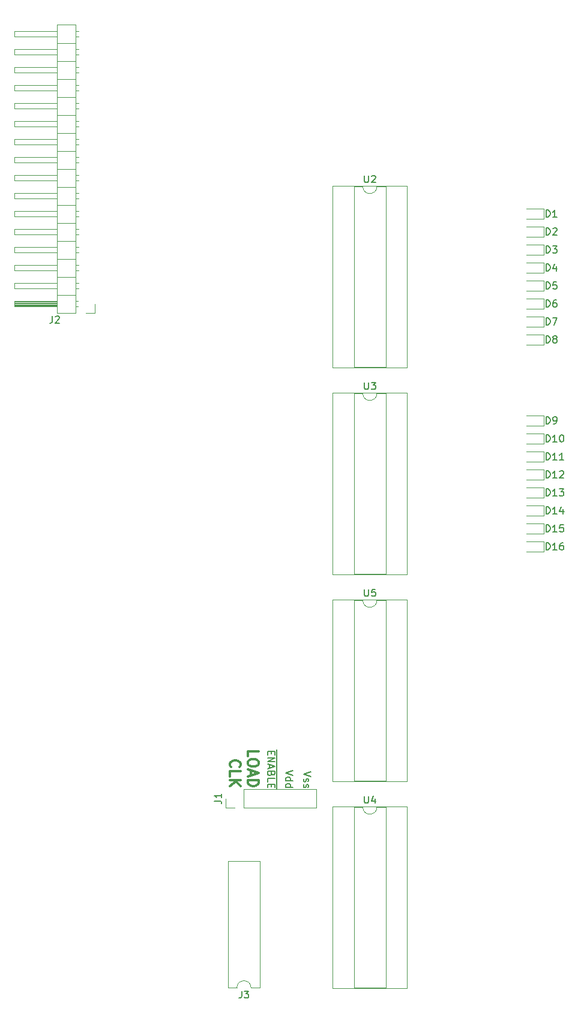
<source format=gbr>
%TF.GenerationSoftware,KiCad,Pcbnew,6.0.8-1.fc36*%
%TF.CreationDate,2022-10-27T22:21:34-04:00*%
%TF.ProjectId,16bit_computer,31366269-745f-4636-9f6d-70757465722e,rev?*%
%TF.SameCoordinates,Original*%
%TF.FileFunction,Legend,Top*%
%TF.FilePolarity,Positive*%
%FSLAX46Y46*%
G04 Gerber Fmt 4.6, Leading zero omitted, Abs format (unit mm)*
G04 Created by KiCad (PCBNEW 6.0.8-1.fc36) date 2022-10-27 22:21:34*
%MOMM*%
%LPD*%
G01*
G04 APERTURE LIST*
%ADD10C,0.150000*%
%ADD11C,0.300000*%
%ADD12C,0.120000*%
G04 APERTURE END LIST*
D10*
X57697619Y-152461547D02*
X56697619Y-152794880D01*
X57697619Y-153128214D01*
X56745238Y-153413928D02*
X56697619Y-153509166D01*
X56697619Y-153699642D01*
X56745238Y-153794880D01*
X56840476Y-153842500D01*
X56888095Y-153842500D01*
X56983333Y-153794880D01*
X57030952Y-153699642D01*
X57030952Y-153556785D01*
X57078571Y-153461547D01*
X57173809Y-153413928D01*
X57221428Y-153413928D01*
X57316666Y-153461547D01*
X57364285Y-153556785D01*
X57364285Y-153699642D01*
X57316666Y-153794880D01*
X56745238Y-154223452D02*
X56697619Y-154318690D01*
X56697619Y-154509166D01*
X56745238Y-154604404D01*
X56840476Y-154652023D01*
X56888095Y-154652023D01*
X56983333Y-154604404D01*
X57030952Y-154509166D01*
X57030952Y-154366309D01*
X57078571Y-154271071D01*
X57173809Y-154223452D01*
X57221428Y-154223452D01*
X57316666Y-154271071D01*
X57364285Y-154366309D01*
X57364285Y-154509166D01*
X57316666Y-154604404D01*
X55157619Y-152271071D02*
X54157619Y-152604404D01*
X55157619Y-152937738D01*
X54157619Y-153699642D02*
X55157619Y-153699642D01*
X54205238Y-153699642D02*
X54157619Y-153604404D01*
X54157619Y-153413928D01*
X54205238Y-153318690D01*
X54252857Y-153271071D01*
X54348095Y-153223452D01*
X54633809Y-153223452D01*
X54729047Y-153271071D01*
X54776666Y-153318690D01*
X54824285Y-153413928D01*
X54824285Y-153604404D01*
X54776666Y-153699642D01*
X54157619Y-154604404D02*
X55157619Y-154604404D01*
X54205238Y-154604404D02*
X54157619Y-154509166D01*
X54157619Y-154318690D01*
X54205238Y-154223452D01*
X54252857Y-154175833D01*
X54348095Y-154128214D01*
X54633809Y-154128214D01*
X54729047Y-154175833D01*
X54776666Y-154223452D01*
X54824285Y-154318690D01*
X54824285Y-154509166D01*
X54776666Y-154604404D01*
X52900000Y-149318690D02*
X52900000Y-150223452D01*
X52141428Y-149556785D02*
X52141428Y-149890119D01*
X51617619Y-150032976D02*
X51617619Y-149556785D01*
X52617619Y-149556785D01*
X52617619Y-150032976D01*
X52900000Y-150223452D02*
X52900000Y-151271071D01*
X51617619Y-150461547D02*
X52617619Y-150461547D01*
X51617619Y-151032976D01*
X52617619Y-151032976D01*
X52900000Y-151271071D02*
X52900000Y-152128214D01*
X51903333Y-151461547D02*
X51903333Y-151937738D01*
X51617619Y-151366309D02*
X52617619Y-151699642D01*
X51617619Y-152032976D01*
X52900000Y-152128214D02*
X52900000Y-153128214D01*
X52141428Y-152699642D02*
X52093809Y-152842500D01*
X52046190Y-152890119D01*
X51950952Y-152937738D01*
X51808095Y-152937738D01*
X51712857Y-152890119D01*
X51665238Y-152842500D01*
X51617619Y-152747261D01*
X51617619Y-152366309D01*
X52617619Y-152366309D01*
X52617619Y-152699642D01*
X52570000Y-152794880D01*
X52522380Y-152842500D01*
X52427142Y-152890119D01*
X52331904Y-152890119D01*
X52236666Y-152842500D01*
X52189047Y-152794880D01*
X52141428Y-152699642D01*
X52141428Y-152366309D01*
X52900000Y-153128214D02*
X52900000Y-153937738D01*
X51617619Y-153842500D02*
X51617619Y-153366309D01*
X52617619Y-153366309D01*
X52900000Y-153937738D02*
X52900000Y-154842500D01*
X52141428Y-154175833D02*
X52141428Y-154509166D01*
X51617619Y-154652023D02*
X51617619Y-154175833D01*
X52617619Y-154175833D01*
X52617619Y-154652023D01*
D11*
X48851428Y-150245000D02*
X48851428Y-149530714D01*
X50351428Y-149530714D01*
X50351428Y-151030714D02*
X50351428Y-151316428D01*
X50280000Y-151459285D01*
X50137142Y-151602142D01*
X49851428Y-151673571D01*
X49351428Y-151673571D01*
X49065714Y-151602142D01*
X48922857Y-151459285D01*
X48851428Y-151316428D01*
X48851428Y-151030714D01*
X48922857Y-150887857D01*
X49065714Y-150745000D01*
X49351428Y-150673571D01*
X49851428Y-150673571D01*
X50137142Y-150745000D01*
X50280000Y-150887857D01*
X50351428Y-151030714D01*
X49280000Y-152245000D02*
X49280000Y-152959285D01*
X48851428Y-152102142D02*
X50351428Y-152602142D01*
X48851428Y-153102142D01*
X48851428Y-153602142D02*
X50351428Y-153602142D01*
X50351428Y-153959285D01*
X50280000Y-154173571D01*
X50137142Y-154316428D01*
X49994285Y-154387857D01*
X49708571Y-154459285D01*
X49494285Y-154459285D01*
X49208571Y-154387857D01*
X49065714Y-154316428D01*
X48922857Y-154173571D01*
X48851428Y-153959285D01*
X48851428Y-153602142D01*
X46454285Y-151745000D02*
X46382857Y-151673571D01*
X46311428Y-151459285D01*
X46311428Y-151316428D01*
X46382857Y-151102142D01*
X46525714Y-150959285D01*
X46668571Y-150887857D01*
X46954285Y-150816428D01*
X47168571Y-150816428D01*
X47454285Y-150887857D01*
X47597142Y-150959285D01*
X47740000Y-151102142D01*
X47811428Y-151316428D01*
X47811428Y-151459285D01*
X47740000Y-151673571D01*
X47668571Y-151745000D01*
X46311428Y-153102142D02*
X46311428Y-152387857D01*
X47811428Y-152387857D01*
X46311428Y-153602142D02*
X47811428Y-153602142D01*
X46311428Y-154459285D02*
X47168571Y-153816428D01*
X47811428Y-154459285D02*
X46954285Y-153602142D01*
D10*
%TO.C,D7*%
X90895595Y-89352380D02*
X90895595Y-88352380D01*
X91133690Y-88352380D01*
X91276547Y-88400000D01*
X91371785Y-88495238D01*
X91419404Y-88590476D01*
X91467023Y-88780952D01*
X91467023Y-88923809D01*
X91419404Y-89114285D01*
X91371785Y-89209523D01*
X91276547Y-89304761D01*
X91133690Y-89352380D01*
X90895595Y-89352380D01*
X91800357Y-88352380D02*
X92467023Y-88352380D01*
X92038452Y-89352380D01*
%TO.C,D10*%
X90895595Y-105862380D02*
X90895595Y-104862380D01*
X91133690Y-104862380D01*
X91276547Y-104910000D01*
X91371785Y-105005238D01*
X91419404Y-105100476D01*
X91467023Y-105290952D01*
X91467023Y-105433809D01*
X91419404Y-105624285D01*
X91371785Y-105719523D01*
X91276547Y-105814761D01*
X91133690Y-105862380D01*
X90895595Y-105862380D01*
X92419404Y-105862380D02*
X91847976Y-105862380D01*
X92133690Y-105862380D02*
X92133690Y-104862380D01*
X92038452Y-105005238D01*
X91943214Y-105100476D01*
X91847976Y-105148095D01*
X93038452Y-104862380D02*
X93133690Y-104862380D01*
X93228928Y-104910000D01*
X93276547Y-104957619D01*
X93324166Y-105052857D01*
X93371785Y-105243333D01*
X93371785Y-105481428D01*
X93324166Y-105671904D01*
X93276547Y-105767142D01*
X93228928Y-105814761D01*
X93133690Y-105862380D01*
X93038452Y-105862380D01*
X92943214Y-105814761D01*
X92895595Y-105767142D01*
X92847976Y-105671904D01*
X92800357Y-105481428D01*
X92800357Y-105243333D01*
X92847976Y-105052857D01*
X92895595Y-104957619D01*
X92943214Y-104910000D01*
X93038452Y-104862380D01*
%TO.C,D13*%
X90895595Y-113482380D02*
X90895595Y-112482380D01*
X91133690Y-112482380D01*
X91276547Y-112530000D01*
X91371785Y-112625238D01*
X91419404Y-112720476D01*
X91467023Y-112910952D01*
X91467023Y-113053809D01*
X91419404Y-113244285D01*
X91371785Y-113339523D01*
X91276547Y-113434761D01*
X91133690Y-113482380D01*
X90895595Y-113482380D01*
X92419404Y-113482380D02*
X91847976Y-113482380D01*
X92133690Y-113482380D02*
X92133690Y-112482380D01*
X92038452Y-112625238D01*
X91943214Y-112720476D01*
X91847976Y-112768095D01*
X92752738Y-112482380D02*
X93371785Y-112482380D01*
X93038452Y-112863333D01*
X93181309Y-112863333D01*
X93276547Y-112910952D01*
X93324166Y-112958571D01*
X93371785Y-113053809D01*
X93371785Y-113291904D01*
X93324166Y-113387142D01*
X93276547Y-113434761D01*
X93181309Y-113482380D01*
X92895595Y-113482380D01*
X92800357Y-113434761D01*
X92752738Y-113387142D01*
%TO.C,D6*%
X90895595Y-86812380D02*
X90895595Y-85812380D01*
X91133690Y-85812380D01*
X91276547Y-85860000D01*
X91371785Y-85955238D01*
X91419404Y-86050476D01*
X91467023Y-86240952D01*
X91467023Y-86383809D01*
X91419404Y-86574285D01*
X91371785Y-86669523D01*
X91276547Y-86764761D01*
X91133690Y-86812380D01*
X90895595Y-86812380D01*
X92324166Y-85812380D02*
X92133690Y-85812380D01*
X92038452Y-85860000D01*
X91990833Y-85907619D01*
X91895595Y-86050476D01*
X91847976Y-86240952D01*
X91847976Y-86621904D01*
X91895595Y-86717142D01*
X91943214Y-86764761D01*
X92038452Y-86812380D01*
X92228928Y-86812380D01*
X92324166Y-86764761D01*
X92371785Y-86717142D01*
X92419404Y-86621904D01*
X92419404Y-86383809D01*
X92371785Y-86288571D01*
X92324166Y-86240952D01*
X92228928Y-86193333D01*
X92038452Y-86193333D01*
X91943214Y-86240952D01*
X91895595Y-86288571D01*
X91847976Y-86383809D01*
%TO.C,D12*%
X90895595Y-110942380D02*
X90895595Y-109942380D01*
X91133690Y-109942380D01*
X91276547Y-109990000D01*
X91371785Y-110085238D01*
X91419404Y-110180476D01*
X91467023Y-110370952D01*
X91467023Y-110513809D01*
X91419404Y-110704285D01*
X91371785Y-110799523D01*
X91276547Y-110894761D01*
X91133690Y-110942380D01*
X90895595Y-110942380D01*
X92419404Y-110942380D02*
X91847976Y-110942380D01*
X92133690Y-110942380D02*
X92133690Y-109942380D01*
X92038452Y-110085238D01*
X91943214Y-110180476D01*
X91847976Y-110228095D01*
X92800357Y-110037619D02*
X92847976Y-109990000D01*
X92943214Y-109942380D01*
X93181309Y-109942380D01*
X93276547Y-109990000D01*
X93324166Y-110037619D01*
X93371785Y-110132857D01*
X93371785Y-110228095D01*
X93324166Y-110370952D01*
X92752738Y-110942380D01*
X93371785Y-110942380D01*
%TO.C,D11*%
X90895595Y-108402380D02*
X90895595Y-107402380D01*
X91133690Y-107402380D01*
X91276547Y-107450000D01*
X91371785Y-107545238D01*
X91419404Y-107640476D01*
X91467023Y-107830952D01*
X91467023Y-107973809D01*
X91419404Y-108164285D01*
X91371785Y-108259523D01*
X91276547Y-108354761D01*
X91133690Y-108402380D01*
X90895595Y-108402380D01*
X92419404Y-108402380D02*
X91847976Y-108402380D01*
X92133690Y-108402380D02*
X92133690Y-107402380D01*
X92038452Y-107545238D01*
X91943214Y-107640476D01*
X91847976Y-107688095D01*
X93371785Y-108402380D02*
X92800357Y-108402380D01*
X93086071Y-108402380D02*
X93086071Y-107402380D01*
X92990833Y-107545238D01*
X92895595Y-107640476D01*
X92800357Y-107688095D01*
%TO.C,D5*%
X90895595Y-84272380D02*
X90895595Y-83272380D01*
X91133690Y-83272380D01*
X91276547Y-83320000D01*
X91371785Y-83415238D01*
X91419404Y-83510476D01*
X91467023Y-83700952D01*
X91467023Y-83843809D01*
X91419404Y-84034285D01*
X91371785Y-84129523D01*
X91276547Y-84224761D01*
X91133690Y-84272380D01*
X90895595Y-84272380D01*
X92371785Y-83272380D02*
X91895595Y-83272380D01*
X91847976Y-83748571D01*
X91895595Y-83700952D01*
X91990833Y-83653333D01*
X92228928Y-83653333D01*
X92324166Y-83700952D01*
X92371785Y-83748571D01*
X92419404Y-83843809D01*
X92419404Y-84081904D01*
X92371785Y-84177142D01*
X92324166Y-84224761D01*
X92228928Y-84272380D01*
X91990833Y-84272380D01*
X91895595Y-84224761D01*
X91847976Y-84177142D01*
%TO.C,D1*%
X90895595Y-74112380D02*
X90895595Y-73112380D01*
X91133690Y-73112380D01*
X91276547Y-73160000D01*
X91371785Y-73255238D01*
X91419404Y-73350476D01*
X91467023Y-73540952D01*
X91467023Y-73683809D01*
X91419404Y-73874285D01*
X91371785Y-73969523D01*
X91276547Y-74064761D01*
X91133690Y-74112380D01*
X90895595Y-74112380D01*
X92419404Y-74112380D02*
X91847976Y-74112380D01*
X92133690Y-74112380D02*
X92133690Y-73112380D01*
X92038452Y-73255238D01*
X91943214Y-73350476D01*
X91847976Y-73398095D01*
%TO.C,D2*%
X90895595Y-76652380D02*
X90895595Y-75652380D01*
X91133690Y-75652380D01*
X91276547Y-75700000D01*
X91371785Y-75795238D01*
X91419404Y-75890476D01*
X91467023Y-76080952D01*
X91467023Y-76223809D01*
X91419404Y-76414285D01*
X91371785Y-76509523D01*
X91276547Y-76604761D01*
X91133690Y-76652380D01*
X90895595Y-76652380D01*
X91847976Y-75747619D02*
X91895595Y-75700000D01*
X91990833Y-75652380D01*
X92228928Y-75652380D01*
X92324166Y-75700000D01*
X92371785Y-75747619D01*
X92419404Y-75842857D01*
X92419404Y-75938095D01*
X92371785Y-76080952D01*
X91800357Y-76652380D01*
X92419404Y-76652380D01*
%TO.C,D14*%
X90895595Y-116022380D02*
X90895595Y-115022380D01*
X91133690Y-115022380D01*
X91276547Y-115070000D01*
X91371785Y-115165238D01*
X91419404Y-115260476D01*
X91467023Y-115450952D01*
X91467023Y-115593809D01*
X91419404Y-115784285D01*
X91371785Y-115879523D01*
X91276547Y-115974761D01*
X91133690Y-116022380D01*
X90895595Y-116022380D01*
X92419404Y-116022380D02*
X91847976Y-116022380D01*
X92133690Y-116022380D02*
X92133690Y-115022380D01*
X92038452Y-115165238D01*
X91943214Y-115260476D01*
X91847976Y-115308095D01*
X93276547Y-115355714D02*
X93276547Y-116022380D01*
X93038452Y-114974761D02*
X92800357Y-115689047D01*
X93419404Y-115689047D01*
%TO.C,D4*%
X90895595Y-81732380D02*
X90895595Y-80732380D01*
X91133690Y-80732380D01*
X91276547Y-80780000D01*
X91371785Y-80875238D01*
X91419404Y-80970476D01*
X91467023Y-81160952D01*
X91467023Y-81303809D01*
X91419404Y-81494285D01*
X91371785Y-81589523D01*
X91276547Y-81684761D01*
X91133690Y-81732380D01*
X90895595Y-81732380D01*
X92324166Y-81065714D02*
X92324166Y-81732380D01*
X92086071Y-80684761D02*
X91847976Y-81399047D01*
X92467023Y-81399047D01*
%TO.C,D15*%
X90895595Y-118562380D02*
X90895595Y-117562380D01*
X91133690Y-117562380D01*
X91276547Y-117610000D01*
X91371785Y-117705238D01*
X91419404Y-117800476D01*
X91467023Y-117990952D01*
X91467023Y-118133809D01*
X91419404Y-118324285D01*
X91371785Y-118419523D01*
X91276547Y-118514761D01*
X91133690Y-118562380D01*
X90895595Y-118562380D01*
X92419404Y-118562380D02*
X91847976Y-118562380D01*
X92133690Y-118562380D02*
X92133690Y-117562380D01*
X92038452Y-117705238D01*
X91943214Y-117800476D01*
X91847976Y-117848095D01*
X93324166Y-117562380D02*
X92847976Y-117562380D01*
X92800357Y-118038571D01*
X92847976Y-117990952D01*
X92943214Y-117943333D01*
X93181309Y-117943333D01*
X93276547Y-117990952D01*
X93324166Y-118038571D01*
X93371785Y-118133809D01*
X93371785Y-118371904D01*
X93324166Y-118467142D01*
X93276547Y-118514761D01*
X93181309Y-118562380D01*
X92943214Y-118562380D01*
X92847976Y-118514761D01*
X92800357Y-118467142D01*
%TO.C,D8*%
X90895595Y-91892380D02*
X90895595Y-90892380D01*
X91133690Y-90892380D01*
X91276547Y-90940000D01*
X91371785Y-91035238D01*
X91419404Y-91130476D01*
X91467023Y-91320952D01*
X91467023Y-91463809D01*
X91419404Y-91654285D01*
X91371785Y-91749523D01*
X91276547Y-91844761D01*
X91133690Y-91892380D01*
X90895595Y-91892380D01*
X92038452Y-91320952D02*
X91943214Y-91273333D01*
X91895595Y-91225714D01*
X91847976Y-91130476D01*
X91847976Y-91082857D01*
X91895595Y-90987619D01*
X91943214Y-90940000D01*
X92038452Y-90892380D01*
X92228928Y-90892380D01*
X92324166Y-90940000D01*
X92371785Y-90987619D01*
X92419404Y-91082857D01*
X92419404Y-91130476D01*
X92371785Y-91225714D01*
X92324166Y-91273333D01*
X92228928Y-91320952D01*
X92038452Y-91320952D01*
X91943214Y-91368571D01*
X91895595Y-91416190D01*
X91847976Y-91511428D01*
X91847976Y-91701904D01*
X91895595Y-91797142D01*
X91943214Y-91844761D01*
X92038452Y-91892380D01*
X92228928Y-91892380D01*
X92324166Y-91844761D01*
X92371785Y-91797142D01*
X92419404Y-91701904D01*
X92419404Y-91511428D01*
X92371785Y-91416190D01*
X92324166Y-91368571D01*
X92228928Y-91320952D01*
%TO.C,D16*%
X90895595Y-121102380D02*
X90895595Y-120102380D01*
X91133690Y-120102380D01*
X91276547Y-120150000D01*
X91371785Y-120245238D01*
X91419404Y-120340476D01*
X91467023Y-120530952D01*
X91467023Y-120673809D01*
X91419404Y-120864285D01*
X91371785Y-120959523D01*
X91276547Y-121054761D01*
X91133690Y-121102380D01*
X90895595Y-121102380D01*
X92419404Y-121102380D02*
X91847976Y-121102380D01*
X92133690Y-121102380D02*
X92133690Y-120102380D01*
X92038452Y-120245238D01*
X91943214Y-120340476D01*
X91847976Y-120388095D01*
X93276547Y-120102380D02*
X93086071Y-120102380D01*
X92990833Y-120150000D01*
X92943214Y-120197619D01*
X92847976Y-120340476D01*
X92800357Y-120530952D01*
X92800357Y-120911904D01*
X92847976Y-121007142D01*
X92895595Y-121054761D01*
X92990833Y-121102380D01*
X93181309Y-121102380D01*
X93276547Y-121054761D01*
X93324166Y-121007142D01*
X93371785Y-120911904D01*
X93371785Y-120673809D01*
X93324166Y-120578571D01*
X93276547Y-120530952D01*
X93181309Y-120483333D01*
X92990833Y-120483333D01*
X92895595Y-120530952D01*
X92847976Y-120578571D01*
X92800357Y-120673809D01*
%TO.C,D9*%
X90895595Y-103322380D02*
X90895595Y-102322380D01*
X91133690Y-102322380D01*
X91276547Y-102370000D01*
X91371785Y-102465238D01*
X91419404Y-102560476D01*
X91467023Y-102750952D01*
X91467023Y-102893809D01*
X91419404Y-103084285D01*
X91371785Y-103179523D01*
X91276547Y-103274761D01*
X91133690Y-103322380D01*
X90895595Y-103322380D01*
X91943214Y-103322380D02*
X92133690Y-103322380D01*
X92228928Y-103274761D01*
X92276547Y-103227142D01*
X92371785Y-103084285D01*
X92419404Y-102893809D01*
X92419404Y-102512857D01*
X92371785Y-102417619D01*
X92324166Y-102370000D01*
X92228928Y-102322380D01*
X92038452Y-102322380D01*
X91943214Y-102370000D01*
X91895595Y-102417619D01*
X91847976Y-102512857D01*
X91847976Y-102750952D01*
X91895595Y-102846190D01*
X91943214Y-102893809D01*
X92038452Y-102941428D01*
X92228928Y-102941428D01*
X92324166Y-102893809D01*
X92371785Y-102846190D01*
X92419404Y-102750952D01*
%TO.C,D3*%
X90895595Y-79192380D02*
X90895595Y-78192380D01*
X91133690Y-78192380D01*
X91276547Y-78240000D01*
X91371785Y-78335238D01*
X91419404Y-78430476D01*
X91467023Y-78620952D01*
X91467023Y-78763809D01*
X91419404Y-78954285D01*
X91371785Y-79049523D01*
X91276547Y-79144761D01*
X91133690Y-79192380D01*
X90895595Y-79192380D01*
X91800357Y-78192380D02*
X92419404Y-78192380D01*
X92086071Y-78573333D01*
X92228928Y-78573333D01*
X92324166Y-78620952D01*
X92371785Y-78668571D01*
X92419404Y-78763809D01*
X92419404Y-79001904D01*
X92371785Y-79097142D01*
X92324166Y-79144761D01*
X92228928Y-79192380D01*
X91943214Y-79192380D01*
X91847976Y-79144761D01*
X91800357Y-79097142D01*
%TO.C,U4*%
X65278095Y-155872380D02*
X65278095Y-156681904D01*
X65325714Y-156777142D01*
X65373333Y-156824761D01*
X65468571Y-156872380D01*
X65659047Y-156872380D01*
X65754285Y-156824761D01*
X65801904Y-156777142D01*
X65849523Y-156681904D01*
X65849523Y-155872380D01*
X66754285Y-156205714D02*
X66754285Y-156872380D01*
X66516190Y-155824761D02*
X66278095Y-156539047D01*
X66897142Y-156539047D01*
%TO.C,U2*%
X65278095Y-68242380D02*
X65278095Y-69051904D01*
X65325714Y-69147142D01*
X65373333Y-69194761D01*
X65468571Y-69242380D01*
X65659047Y-69242380D01*
X65754285Y-69194761D01*
X65801904Y-69147142D01*
X65849523Y-69051904D01*
X65849523Y-68242380D01*
X66278095Y-68337619D02*
X66325714Y-68290000D01*
X66420952Y-68242380D01*
X66659047Y-68242380D01*
X66754285Y-68290000D01*
X66801904Y-68337619D01*
X66849523Y-68432857D01*
X66849523Y-68528095D01*
X66801904Y-68670952D01*
X66230476Y-69242380D01*
X66849523Y-69242380D01*
%TO.C,J3*%
X47941666Y-183392380D02*
X47941666Y-184106666D01*
X47894047Y-184249523D01*
X47798809Y-184344761D01*
X47655952Y-184392380D01*
X47560714Y-184392380D01*
X48322619Y-183392380D02*
X48941666Y-183392380D01*
X48608333Y-183773333D01*
X48751190Y-183773333D01*
X48846428Y-183820952D01*
X48894047Y-183868571D01*
X48941666Y-183963809D01*
X48941666Y-184201904D01*
X48894047Y-184297142D01*
X48846428Y-184344761D01*
X48751190Y-184392380D01*
X48465476Y-184392380D01*
X48370238Y-184344761D01*
X48322619Y-184297142D01*
%TO.C,J2*%
X21246666Y-88082380D02*
X21246666Y-88796666D01*
X21199047Y-88939523D01*
X21103809Y-89034761D01*
X20960952Y-89082380D01*
X20865714Y-89082380D01*
X21675238Y-88177619D02*
X21722857Y-88130000D01*
X21818095Y-88082380D01*
X22056190Y-88082380D01*
X22151428Y-88130000D01*
X22199047Y-88177619D01*
X22246666Y-88272857D01*
X22246666Y-88368095D01*
X22199047Y-88510952D01*
X21627619Y-89082380D01*
X22246666Y-89082380D01*
%TO.C,U5*%
X65278095Y-126662380D02*
X65278095Y-127471904D01*
X65325714Y-127567142D01*
X65373333Y-127614761D01*
X65468571Y-127662380D01*
X65659047Y-127662380D01*
X65754285Y-127614761D01*
X65801904Y-127567142D01*
X65849523Y-127471904D01*
X65849523Y-126662380D01*
X66801904Y-126662380D02*
X66325714Y-126662380D01*
X66278095Y-127138571D01*
X66325714Y-127090952D01*
X66420952Y-127043333D01*
X66659047Y-127043333D01*
X66754285Y-127090952D01*
X66801904Y-127138571D01*
X66849523Y-127233809D01*
X66849523Y-127471904D01*
X66801904Y-127567142D01*
X66754285Y-127614761D01*
X66659047Y-127662380D01*
X66420952Y-127662380D01*
X66325714Y-127614761D01*
X66278095Y-127567142D01*
%TO.C,J1*%
X44117380Y-156543333D02*
X44831666Y-156543333D01*
X44974523Y-156590952D01*
X45069761Y-156686190D01*
X45117380Y-156829047D01*
X45117380Y-156924285D01*
X45117380Y-155543333D02*
X45117380Y-156114761D01*
X45117380Y-155829047D02*
X44117380Y-155829047D01*
X44260238Y-155924285D01*
X44355476Y-156019523D01*
X44403095Y-156114761D01*
%TO.C,U3*%
X65278095Y-97452380D02*
X65278095Y-98261904D01*
X65325714Y-98357142D01*
X65373333Y-98404761D01*
X65468571Y-98452380D01*
X65659047Y-98452380D01*
X65754285Y-98404761D01*
X65801904Y-98357142D01*
X65849523Y-98261904D01*
X65849523Y-97452380D01*
X66230476Y-97452380D02*
X66849523Y-97452380D01*
X66516190Y-97833333D01*
X66659047Y-97833333D01*
X66754285Y-97880952D01*
X66801904Y-97928571D01*
X66849523Y-98023809D01*
X66849523Y-98261904D01*
X66801904Y-98357142D01*
X66754285Y-98404761D01*
X66659047Y-98452380D01*
X66373333Y-98452380D01*
X66278095Y-98404761D01*
X66230476Y-98357142D01*
D12*
%TO.C,D7*%
X90560000Y-89635000D02*
X90560000Y-88165000D01*
X88100000Y-89635000D02*
X90560000Y-89635000D01*
X90560000Y-88165000D02*
X88100000Y-88165000D01*
%TO.C,D10*%
X90560000Y-106145000D02*
X90560000Y-104675000D01*
X88100000Y-106145000D02*
X90560000Y-106145000D01*
X90560000Y-104675000D02*
X88100000Y-104675000D01*
%TO.C,D13*%
X90560000Y-113765000D02*
X90560000Y-112295000D01*
X88100000Y-113765000D02*
X90560000Y-113765000D01*
X90560000Y-112295000D02*
X88100000Y-112295000D01*
%TO.C,D6*%
X90560000Y-87095000D02*
X90560000Y-85625000D01*
X88100000Y-87095000D02*
X90560000Y-87095000D01*
X90560000Y-85625000D02*
X88100000Y-85625000D01*
%TO.C,D12*%
X90560000Y-111225000D02*
X90560000Y-109755000D01*
X88100000Y-111225000D02*
X90560000Y-111225000D01*
X90560000Y-109755000D02*
X88100000Y-109755000D01*
%TO.C,D11*%
X90560000Y-108685000D02*
X90560000Y-107215000D01*
X88100000Y-108685000D02*
X90560000Y-108685000D01*
X90560000Y-107215000D02*
X88100000Y-107215000D01*
%TO.C,D5*%
X90560000Y-84555000D02*
X90560000Y-83085000D01*
X88100000Y-84555000D02*
X90560000Y-84555000D01*
X90560000Y-83085000D02*
X88100000Y-83085000D01*
%TO.C,D1*%
X90560000Y-74395000D02*
X90560000Y-72925000D01*
X88100000Y-74395000D02*
X90560000Y-74395000D01*
X90560000Y-72925000D02*
X88100000Y-72925000D01*
%TO.C,D2*%
X90560000Y-76935000D02*
X90560000Y-75465000D01*
X88100000Y-76935000D02*
X90560000Y-76935000D01*
X90560000Y-75465000D02*
X88100000Y-75465000D01*
%TO.C,D14*%
X90560000Y-116305000D02*
X90560000Y-114835000D01*
X88100000Y-116305000D02*
X90560000Y-116305000D01*
X90560000Y-114835000D02*
X88100000Y-114835000D01*
%TO.C,D4*%
X90560000Y-82015000D02*
X90560000Y-80545000D01*
X88100000Y-82015000D02*
X90560000Y-82015000D01*
X90560000Y-80545000D02*
X88100000Y-80545000D01*
%TO.C,D15*%
X90560000Y-118845000D02*
X90560000Y-117375000D01*
X88100000Y-118845000D02*
X90560000Y-118845000D01*
X90560000Y-117375000D02*
X88100000Y-117375000D01*
%TO.C,D8*%
X90560000Y-92175000D02*
X90560000Y-90705000D01*
X88100000Y-92175000D02*
X90560000Y-92175000D01*
X90560000Y-90705000D02*
X88100000Y-90705000D01*
%TO.C,D16*%
X90560000Y-121385000D02*
X90560000Y-119915000D01*
X88100000Y-121385000D02*
X90560000Y-121385000D01*
X90560000Y-119915000D02*
X88100000Y-119915000D01*
%TO.C,D9*%
X90560000Y-103605000D02*
X90560000Y-102135000D01*
X88100000Y-103605000D02*
X90560000Y-103605000D01*
X90560000Y-102135000D02*
X88100000Y-102135000D01*
%TO.C,D3*%
X90560000Y-79475000D02*
X90560000Y-78005000D01*
X88100000Y-79475000D02*
X90560000Y-79475000D01*
X90560000Y-78005000D02*
X88100000Y-78005000D01*
%TO.C,U4*%
X60790000Y-183000000D02*
X71290000Y-183000000D01*
X65040000Y-157420000D02*
X63790000Y-157420000D01*
X63790000Y-182940000D02*
X68290000Y-182940000D01*
X68290000Y-182940000D02*
X68290000Y-157420000D01*
X71290000Y-183000000D02*
X71290000Y-157360000D01*
X68290000Y-157420000D02*
X67040000Y-157420000D01*
X71290000Y-157360000D02*
X60790000Y-157360000D01*
X60790000Y-157360000D02*
X60790000Y-183000000D01*
X63790000Y-157420000D02*
X63790000Y-182940000D01*
X65040000Y-157420000D02*
G75*
G03*
X67040000Y-157420000I1000000J0D01*
G01*
%TO.C,U2*%
X68290000Y-69790000D02*
X67040000Y-69790000D01*
X71290000Y-95370000D02*
X71290000Y-69730000D01*
X63790000Y-95310000D02*
X68290000Y-95310000D01*
X71290000Y-69730000D02*
X60790000Y-69730000D01*
X60790000Y-95370000D02*
X71290000Y-95370000D01*
X63790000Y-69790000D02*
X63790000Y-95310000D01*
X68290000Y-95310000D02*
X68290000Y-69790000D01*
X60790000Y-69730000D02*
X60790000Y-95370000D01*
X65040000Y-69790000D02*
X63790000Y-69790000D01*
X65040000Y-69790000D02*
G75*
G03*
X67040000Y-69790000I1000000J0D01*
G01*
%TO.C,J3*%
X50525000Y-182940000D02*
X50525000Y-165040000D01*
X50525000Y-165040000D02*
X46025000Y-165040000D01*
X49275000Y-182940000D02*
X50525000Y-182940000D01*
X46025000Y-182940000D02*
X47275000Y-182940000D01*
X46025000Y-165040000D02*
X46025000Y-182940000D01*
X49275000Y-182940000D02*
G75*
G03*
X47275000Y-182940000I-1000000J0D01*
G01*
%TO.C,J2*%
X15865000Y-47880000D02*
X21865000Y-47880000D01*
X15865000Y-48640000D02*
X15865000Y-47880000D01*
X24525000Y-59690000D02*
X21865000Y-59690000D01*
X21865000Y-86080000D02*
X15865000Y-86080000D01*
X24922071Y-51180000D02*
X24525000Y-51180000D01*
X21865000Y-51180000D02*
X15865000Y-51180000D01*
X15865000Y-78360000D02*
X21865000Y-78360000D01*
X24922071Y-74040000D02*
X24525000Y-74040000D01*
X21865000Y-86200000D02*
X15865000Y-86200000D01*
X15865000Y-58800000D02*
X15865000Y-58040000D01*
X21865000Y-74040000D02*
X15865000Y-74040000D01*
X21865000Y-86680000D02*
X15865000Y-86680000D01*
X24922071Y-56260000D02*
X24525000Y-56260000D01*
X24922071Y-80900000D02*
X24525000Y-80900000D01*
X21865000Y-86740000D02*
X15865000Y-86740000D01*
X15865000Y-86740000D02*
X15865000Y-85980000D01*
X24922071Y-70740000D02*
X24525000Y-70740000D01*
X24922071Y-76580000D02*
X24525000Y-76580000D01*
X21865000Y-46930000D02*
X21865000Y-87690000D01*
X27235000Y-87630000D02*
X25965000Y-87630000D01*
X15865000Y-63880000D02*
X15865000Y-63120000D01*
X24922071Y-65660000D02*
X24525000Y-65660000D01*
X21865000Y-66420000D02*
X15865000Y-66420000D01*
X24922071Y-83440000D02*
X24525000Y-83440000D01*
X15865000Y-65660000D02*
X21865000Y-65660000D01*
X15865000Y-56260000D02*
X15865000Y-55500000D01*
X15865000Y-55500000D02*
X21865000Y-55500000D01*
X21865000Y-61340000D02*
X15865000Y-61340000D01*
X15865000Y-79120000D02*
X15865000Y-78360000D01*
X24525000Y-62230000D02*
X21865000Y-62230000D01*
X24525000Y-67310000D02*
X21865000Y-67310000D01*
X24922071Y-55500000D02*
X24525000Y-55500000D01*
X21865000Y-76580000D02*
X15865000Y-76580000D01*
X24855000Y-85980000D02*
X24525000Y-85980000D01*
X21865000Y-86320000D02*
X15865000Y-86320000D01*
X24922071Y-60580000D02*
X24525000Y-60580000D01*
X24922071Y-84200000D02*
X24525000Y-84200000D01*
X15865000Y-61340000D02*
X15865000Y-60580000D01*
X24525000Y-54610000D02*
X21865000Y-54610000D01*
X21865000Y-71500000D02*
X15865000Y-71500000D01*
X15865000Y-80900000D02*
X21865000Y-80900000D01*
X21865000Y-86440000D02*
X15865000Y-86440000D01*
X24525000Y-85090000D02*
X21865000Y-85090000D01*
X24525000Y-69850000D02*
X21865000Y-69850000D01*
X15865000Y-60580000D02*
X21865000Y-60580000D01*
X24922071Y-71500000D02*
X24525000Y-71500000D01*
X24922071Y-75820000D02*
X24525000Y-75820000D01*
X24525000Y-87690000D02*
X24525000Y-46930000D01*
X15865000Y-58040000D02*
X21865000Y-58040000D01*
X15865000Y-68200000D02*
X21865000Y-68200000D01*
X21865000Y-56260000D02*
X15865000Y-56260000D01*
X21865000Y-53720000D02*
X15865000Y-53720000D01*
X24525000Y-74930000D02*
X21865000Y-74930000D01*
X15865000Y-66420000D02*
X15865000Y-65660000D01*
X15865000Y-52960000D02*
X21865000Y-52960000D01*
X15865000Y-53720000D02*
X15865000Y-52960000D01*
X15865000Y-50420000D02*
X21865000Y-50420000D01*
X24922071Y-81660000D02*
X24525000Y-81660000D01*
X15865000Y-68960000D02*
X15865000Y-68200000D01*
X24922071Y-58040000D02*
X24525000Y-58040000D01*
X21865000Y-48640000D02*
X15865000Y-48640000D01*
X24922071Y-78360000D02*
X24525000Y-78360000D01*
X24922071Y-50420000D02*
X24525000Y-50420000D01*
X24525000Y-57150000D02*
X21865000Y-57150000D01*
X21865000Y-84200000D02*
X15865000Y-84200000D01*
X21865000Y-63880000D02*
X15865000Y-63880000D01*
X15865000Y-83440000D02*
X21865000Y-83440000D01*
X24922071Y-48640000D02*
X24525000Y-48640000D01*
X24525000Y-46930000D02*
X21865000Y-46930000D01*
X24922071Y-66420000D02*
X24525000Y-66420000D01*
X15865000Y-71500000D02*
X15865000Y-70740000D01*
X15865000Y-73280000D02*
X21865000Y-73280000D01*
X24922071Y-53720000D02*
X24525000Y-53720000D01*
X15865000Y-81660000D02*
X15865000Y-80900000D01*
X24922071Y-68200000D02*
X24525000Y-68200000D01*
X15865000Y-63120000D02*
X21865000Y-63120000D01*
X21865000Y-68960000D02*
X15865000Y-68960000D01*
X24922071Y-63880000D02*
X24525000Y-63880000D01*
X24525000Y-52070000D02*
X21865000Y-52070000D01*
X21865000Y-81660000D02*
X15865000Y-81660000D01*
X24525000Y-80010000D02*
X21865000Y-80010000D01*
X15865000Y-75820000D02*
X21865000Y-75820000D01*
X21865000Y-87690000D02*
X24525000Y-87690000D01*
X24855000Y-86740000D02*
X24525000Y-86740000D01*
X21865000Y-58800000D02*
X15865000Y-58800000D01*
X15865000Y-70740000D02*
X21865000Y-70740000D01*
X24922071Y-52960000D02*
X24525000Y-52960000D01*
X21865000Y-86560000D02*
X15865000Y-86560000D01*
X24922071Y-47880000D02*
X24525000Y-47880000D01*
X15865000Y-84200000D02*
X15865000Y-83440000D01*
X24922071Y-58800000D02*
X24525000Y-58800000D01*
X15865000Y-76580000D02*
X15865000Y-75820000D01*
X24525000Y-64770000D02*
X21865000Y-64770000D01*
X24525000Y-72390000D02*
X21865000Y-72390000D01*
X24922071Y-61340000D02*
X24525000Y-61340000D01*
X27235000Y-86360000D02*
X27235000Y-87630000D01*
X24922071Y-68960000D02*
X24525000Y-68960000D01*
X21865000Y-79120000D02*
X15865000Y-79120000D01*
X15865000Y-74040000D02*
X15865000Y-73280000D01*
X15865000Y-51180000D02*
X15865000Y-50420000D01*
X15865000Y-85980000D02*
X21865000Y-85980000D01*
X24922071Y-73280000D02*
X24525000Y-73280000D01*
X24525000Y-49530000D02*
X21865000Y-49530000D01*
X24525000Y-77470000D02*
X21865000Y-77470000D01*
X24525000Y-82550000D02*
X21865000Y-82550000D01*
X24922071Y-63120000D02*
X24525000Y-63120000D01*
X24922071Y-79120000D02*
X24525000Y-79120000D01*
%TO.C,U5*%
X63790000Y-153730000D02*
X68290000Y-153730000D01*
X68290000Y-153730000D02*
X68290000Y-128210000D01*
X65040000Y-128210000D02*
X63790000Y-128210000D01*
X63790000Y-128210000D02*
X63790000Y-153730000D01*
X71290000Y-153790000D02*
X71290000Y-128150000D01*
X60790000Y-128150000D02*
X60790000Y-153790000D01*
X68290000Y-128210000D02*
X67040000Y-128210000D01*
X71290000Y-128150000D02*
X60790000Y-128150000D01*
X60790000Y-153790000D02*
X71290000Y-153790000D01*
X65040000Y-128210000D02*
G75*
G03*
X67040000Y-128210000I1000000J0D01*
G01*
%TO.C,J1*%
X58485000Y-157540000D02*
X58485000Y-154880000D01*
X48265000Y-154880000D02*
X58485000Y-154880000D01*
X48265000Y-157540000D02*
X48265000Y-154880000D01*
X48265000Y-157540000D02*
X58485000Y-157540000D01*
X45665000Y-157540000D02*
X45665000Y-156210000D01*
X46995000Y-157540000D02*
X45665000Y-157540000D01*
%TO.C,U3*%
X63790000Y-124520000D02*
X68290000Y-124520000D01*
X68290000Y-99000000D02*
X67040000Y-99000000D01*
X68290000Y-124520000D02*
X68290000Y-99000000D01*
X71290000Y-98940000D02*
X60790000Y-98940000D01*
X63790000Y-99000000D02*
X63790000Y-124520000D01*
X60790000Y-98940000D02*
X60790000Y-124580000D01*
X65040000Y-99000000D02*
X63790000Y-99000000D01*
X60790000Y-124580000D02*
X71290000Y-124580000D01*
X71290000Y-124580000D02*
X71290000Y-98940000D01*
X65040000Y-99000000D02*
G75*
G03*
X67040000Y-99000000I1000000J0D01*
G01*
%TD*%
M02*

</source>
